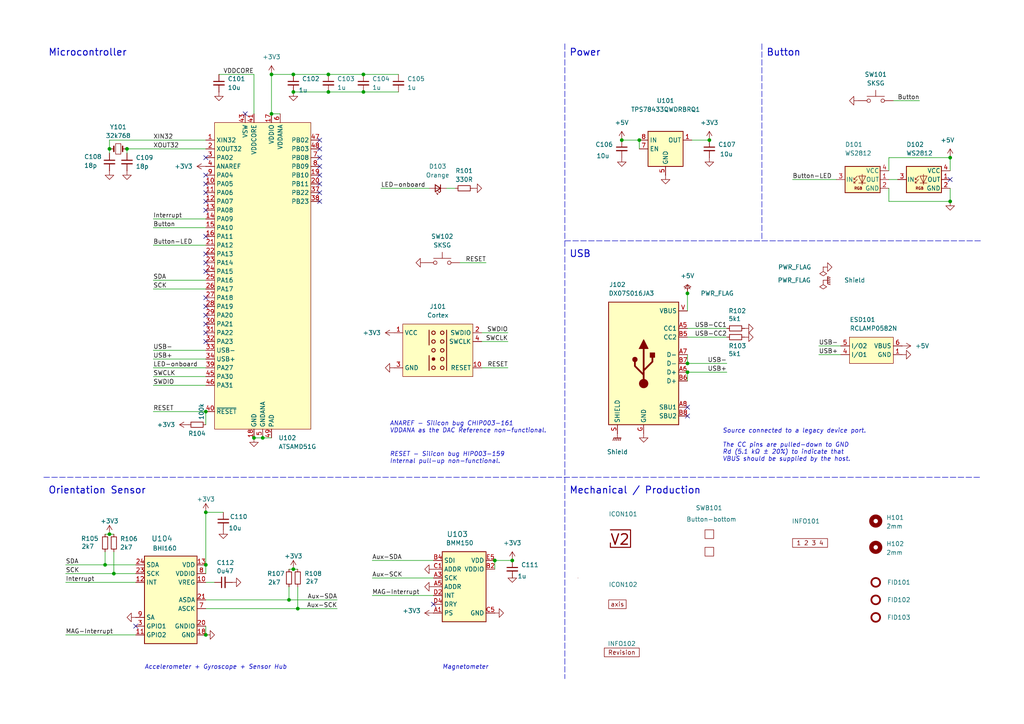
<source format=kicad_sch>
(kicad_sch (version 20250114) (generator "eeschema") (generator_version "9.0")
  (paper "A4")
  (title_block (title "V2 axis") (date "2026-02-10") (rev "2026-01-14") (company "Versio Duo") (comment 1 "Orientation Sensor"))
  (text "﻿ANAREF - Silicon bug CHIP003-161\nVDDANA as the DAC Reference non-functional." (at 113.03 125.73 0) (effects (font (size 1.27 1.27) (italic yes)) (justify left bottom)))
  (text "RESET - ﻿Silicon bug HIP003-159\nInternal pull-up non-functional." (at 113.03 134.62 0) (effects (font (size 1.27 1.27) (italic yes)) (justify left bottom)))
  (text "﻿Source connected to a legacy device port.\n\nThe CC pins are pulled-down to GND\nRd (5.1 kΩ ± 20%) to indicate that\nVBUS should be supplied by the host. " (at 209.55 133.985 0) (effects (font (size 1.27 1.27) (italic yes)) (justify left bottom)))
  (text "Button" (at 222.25 16.51 0) (effects (font (size 2 2) (thickness 0.254) (bold yes)) (justify left bottom)))
  (text "Mechanical / Production" (at 165.1 143.51 0) (effects (font (size 2 2) (thickness 0.254) (bold yes)) (justify left bottom)))
  (text "Magnetometer" (at 128.27 194.31 0) (effects (font (size 1.27 1.27) (italic yes)) (justify left bottom)))
  (text "Power" (at 165.1 16.51 0) (effects (font (size 2 2) (thickness 0.254) (bold yes)) (justify left bottom)))
  (text "Accelerometer + Gyroscope + Sensor Hub" (at 41.91 194.31 0) (effects (font (size 1.27 1.27) (italic yes)) (justify left bottom)))
  (text "Microcontroller" (at 13.97 16.51 0) (effects (font (size 2 2) (thickness 0.254) (bold yes)) (justify left bottom)))
  (text "USB" (at 165.1 74.93 0) (effects (font (size 2 2) (thickness 0.254) (bold yes)) (justify left bottom)))
  (text "Orientation Sensor" (at 13.97 143.51 0) (effects (font (size 2 2) (thickness 0.254) (bold yes)) (justify left bottom)))
  (junction (at 83.82 173.99))
  (junction (at 59.69 163.83))
  (junction (at 95.25 21.59))
  (junction (at 31.75 154.94))
  (junction (at 59.69 119.38))
  (junction (at 76.2 127))
  (junction (at 275.59 58.42))
  (junction (at 85.09 26.67))
  (junction (at 105.41 26.67))
  (junction (at 73.66 127))
  (junction (at 199.39 105.41))
  (junction (at 36.83 43.18))
  (junction (at 205.74 40.64))
  (junction (at 199.39 85.09))
  (junction (at 85.09 165.1))
  (junction (at 105.41 21.59))
  (junction (at 148.59 162.56))
  (junction (at 85.09 21.59))
  (junction (at 95.25 26.67))
  (junction (at 30.48 163.83))
  (junction (at 143.51 162.56))
  (junction (at 31.75 43.18))
  (junction (at 275.59 45.72))
  (junction (at 78.74 21.59))
  (junction (at 185.42 40.64))
  (junction (at 86.36 176.53))
  (junction (at 59.69 184.15))
  (junction (at 180.34 40.64))
  (junction (at 199.39 107.95))
  (junction (at 33.02 166.37))
  (junction (at 59.69 148.59))
  (junction (at 78.74 33.02))
  (no_connect (at 39.37 181.61))
  (no_connect (at 59.69 88.9))
  (no_connect (at 275.59 52.07))
  (no_connect (at 199.39 118.11))
  (no_connect (at 199.39 120.65))
  (no_connect (at 59.69 53.34))
  (no_connect (at 59.69 55.88))
  (no_connect (at 59.69 58.42))
  (no_connect (at 59.69 60.96))
  (no_connect (at 59.69 68.58))
  (no_connect (at 59.69 50.8))
  (no_connect (at 59.69 45.72))
  (no_connect (at 59.69 78.74))
  (no_connect (at 59.69 76.2))
  (no_connect (at 59.69 73.66))
  (no_connect (at 59.69 86.36))
  (no_connect (at 92.71 50.8))
  (no_connect (at 92.71 53.34))
  (no_connect (at 92.71 58.42))
  (no_connect (at 92.71 55.88))
  (no_connect (at 92.71 48.26))
  (no_connect (at 92.71 45.72))
  (no_connect (at 92.71 40.64))
  (no_connect (at 125.73 175.26))
  (no_connect (at 92.71 43.18))
  (no_connect (at 71.12 33.02))
  (no_connect (at 59.69 96.52))
  (no_connect (at 59.69 93.98))
  (no_connect (at 59.69 91.44))
  (no_connect (at 59.69 99.06))
  (wire (pts (xy 86.36 176.53) (xy 97.79 176.53)))
  (wire (pts (xy 19.05 166.37) (xy 33.02 166.37)))
  (wire (pts (xy 78.74 21.59) (xy 78.74 33.02)))
  (wire (pts (xy 257.81 49.53) (xy 257.81 45.72)))
  (wire (pts (xy 199.39 102.87) (xy 199.39 105.41)))
  (wire (pts (xy 257.81 52.07) (xy 260.35 52.07)))
  (wire (pts (xy 59.69 148.59) (xy 59.69 163.83)))
  (wire (pts (xy 148.59 167.64) (xy 148.59 166.37)))
  (polyline (pts (xy 12.7 138.43) (xy 284.48 138.43)) (stroke (width 0) (type dash)))
  (wire (pts (xy 257.81 45.72) (xy 275.59 45.72)))
  (wire (pts (xy 30.48 154.94) (xy 31.75 154.94)))
  (wire (pts (xy 107.95 162.56) (xy 125.73 162.56)))
  (wire (pts (xy 30.48 163.83) (xy 39.37 163.83)))
  (wire (pts (xy 139.7 96.52) (xy 147.32 96.52)))
  (wire (pts (xy 83.82 170.18) (xy 83.82 173.99)))
  (wire (pts (xy 199.39 107.95) (xy 210.82 107.95)))
  (wire (pts (xy 44.45 111.76) (xy 59.69 111.76)))
  (wire (pts (xy 31.75 43.18) (xy 31.75 44.45)))
  (wire (pts (xy 143.51 162.56) (xy 148.59 162.56)))
  (wire (pts (xy 59.69 163.83) (xy 59.69 166.37)))
  (wire (pts (xy 107.95 167.64) (xy 125.73 167.64)))
  (wire (pts (xy 257.81 58.42) (xy 275.59 58.42)))
  (wire (pts (xy 85.09 165.1) (xy 86.36 165.1)))
  (wire (pts (xy 95.25 26.67) (xy 105.41 26.67)))
  (wire (pts (xy 44.45 119.38) (xy 59.69 119.38)))
  (wire (pts (xy 73.66 127) (xy 76.2 127)))
  (wire (pts (xy 33.02 166.37) (xy 39.37 166.37)))
  (wire (pts (xy 33.02 160.02) (xy 33.02 166.37)))
  (wire (pts (xy 44.45 66.04) (xy 59.69 66.04)))
  (wire (pts (xy 78.74 33.02) (xy 81.28 33.02)))
  (wire (pts (xy 83.82 165.1) (xy 85.09 165.1)))
  (wire (pts (xy 200.66 40.64) (xy 205.74 40.64)))
  (wire (pts (xy 44.45 63.5) (xy 59.69 63.5)))
  (wire (pts (xy 199.39 107.95) (xy 199.39 110.49)))
  (wire (pts (xy 19.05 168.91) (xy 39.37 168.91)))
  (wire (pts (xy 59.69 119.38) (xy 59.69 123.19)))
  (wire (pts (xy 229.87 52.07) (xy 242.57 52.07)))
  (wire (pts (xy 199.39 105.41) (xy 210.82 105.41)))
  (wire (pts (xy 133.35 76.2) (xy 140.97 76.2)))
  (wire (pts (xy 73.66 33.02) (xy 73.66 21.59)))
  (wire (pts (xy 59.69 181.61) (xy 59.69 184.15)))
  (wire (pts (xy 275.59 54.61) (xy 275.59 58.42)))
  (wire (pts (xy 107.95 172.72) (xy 125.73 172.72)))
  (wire (pts (xy 143.51 162.56) (xy 143.51 165.1)))
  (wire (pts (xy 237.49 100.33) (xy 243.84 100.33)))
  (wire (pts (xy 78.74 21.59) (xy 85.09 21.59)))
  (polyline (pts (xy 163.83 69.85) (xy 284.48 69.85)) (stroke (width 0) (type dash)))
  (wire (pts (xy 129.54 54.61) (xy 132.08 54.61)))
  (wire (pts (xy 199.39 85.09) (xy 199.39 90.17)))
  (wire (pts (xy 44.45 71.12) (xy 59.69 71.12)))
  (wire (pts (xy 199.39 97.79) (xy 210.82 97.79)))
  (wire (pts (xy 139.7 99.06) (xy 147.32 99.06)))
  (wire (pts (xy 44.45 83.82) (xy 59.69 83.82)))
  (wire (pts (xy 59.69 168.91) (xy 62.23 168.91)))
  (wire (pts (xy 85.09 21.59) (xy 95.25 21.59)))
  (wire (pts (xy 59.69 173.99) (xy 83.82 173.99)))
  (wire (pts (xy 44.45 104.14) (xy 59.69 104.14)))
  (wire (pts (xy 76.2 127) (xy 78.74 127)))
  (wire (pts (xy 85.09 26.67) (xy 95.25 26.67)))
  (wire (pts (xy 259.08 29.21) (xy 266.7 29.21)))
  (wire (pts (xy 30.48 160.02) (xy 30.48 163.83)))
  (polyline (pts (xy 220.98 12.7) (xy 220.98 69.85)) (stroke (width 0) (type dash)))
  (wire (pts (xy 180.34 40.64) (xy 185.42 40.64)))
  (wire (pts (xy 275.59 45.72) (xy 275.59 49.53)))
  (wire (pts (xy 19.05 184.15) (xy 39.37 184.15)))
  (wire (pts (xy 257.81 54.61) (xy 257.81 58.42)))
  (wire (pts (xy 105.41 21.59) (xy 115.57 21.59)))
  (wire (pts (xy 59.69 148.59) (xy 64.77 148.59)))
  (wire (pts (xy 44.45 81.28) (xy 59.69 81.28)))
  (wire (pts (xy 139.7 106.68) (xy 147.32 106.68)))
  (wire (pts (xy 95.25 21.59) (xy 105.41 21.59)))
  (wire (pts (xy 63.5 21.59) (xy 73.66 21.59)))
  (wire (pts (xy 86.36 170.18) (xy 86.36 176.53)))
  (wire (pts (xy 59.69 40.64) (xy 31.75 40.64)))
  (wire (pts (xy 199.39 95.25) (xy 210.82 95.25)))
  (wire (pts (xy 59.69 176.53) (xy 86.36 176.53)))
  (wire (pts (xy 36.83 43.18) (xy 36.83 44.45)))
  (polyline (pts (xy 163.83 12.7) (xy 163.83 196.85)) (stroke (width 0) (type dash)))
  (wire (pts (xy 185.42 40.64) (xy 185.42 43.18)))
  (wire (pts (xy 44.45 106.68) (xy 59.69 106.68)))
  (wire (pts (xy 19.05 163.83) (xy 30.48 163.83)))
  (wire (pts (xy 44.45 109.22) (xy 59.69 109.22)))
  (wire (pts (xy 31.75 40.64) (xy 31.75 43.18)))
  (wire (pts (xy 31.75 154.94) (xy 33.02 154.94)))
  (wire (pts (xy 83.82 173.99) (xy 97.79 173.99)))
  (wire (pts (xy 59.69 43.18) (xy 36.83 43.18)))
  (wire (pts (xy 237.49 102.87) (xy 243.84 102.87)))
  (wire (pts (xy 44.45 101.6) (xy 59.69 101.6)))
  (wire (pts (xy 105.41 26.67) (xy 115.57 26.67)))
  (wire (pts (xy 110.49 54.61) (xy 124.46 54.61)))
  (label "RESET" (at 44.45 119.38 0))
  (label "Button-LED" (at 44.45 71.12 0))
  (label "XIN32" (at 44.45 40.64 0))
  (label "SWDIO" (at 147.32 96.52 180))
  (label "SWCLK" (at 44.45 109.22 0))
  (label "Aux-SCK" (at 107.95 167.64 0))
  (label "SDA" (at 44.45 81.28 0))
  (label "MAG-Interrupt" (at 107.95 172.72 0))
  (label "USB-CC1" (at 210.82 95.25 180))
  (label "RESET" (at 147.32 106.68 180))
  (label "Aux-SCK" (at 97.79 176.53 180))
  (label "XOUT32" (at 44.45 43.18 0))
  (label "SWCLK" (at 147.32 99.06 180))
  (label "Button-LED" (at 229.87 52.07 0))
  (label "Aux-SDA" (at 97.79 173.99 180))
  (label "VDDCORE" (at 64.77 21.59 0))
  (label "USB-" (at 210.82 105.41 180))
  (label "Aux-SDA" (at 107.95 162.56 0))
  (label "LED-onboard" (at 44.45 106.68 0))
  (label "USB+" (at 210.82 107.95 180))
  (label "USB+" (at 237.49 102.87 0))
  (label "LED-onboard" (at 110.49 54.61 0))
  (label "SCK" (at 44.45 83.82 0))
  (label "Interrupt" (at 19.05 168.91 0))
  (label "Interrupt" (at 44.45 63.5 0))
  (label "Button" (at 44.45 66.04 0))
  (label "RESET" (at 140.97 76.2 180))
  (label "USB-CC2" (at 210.82 97.79 180))
  (label "Button" (at 266.7 29.21 180))
  (label "USB+" (at 44.45 104.14 0))
  (label "USB-" (at 44.45 101.6 0))
  (label "MAG-Interrupt" (at 19.05 184.15 0))
  (label "SWDIO" (at 44.45 111.76 0))
  (label "SCK" (at 19.05 166.37 0))
  (label "SDA" (at 19.05 163.83 0))
  (label "USB-" (at 237.49 100.33 0))
  (symbol (lib_id "V2_Resistor:0603_5k1") (at 213.36 95.25 90) (unit 1)
    (property "Reference" "R102" (at 216.408 90.17 90) (effects (justify left)))
    (property "Value" "5k1" (at 213.106 92.456 90))
    (property "Footprint" "V2_Resistor_SMD:R_0603" (effects (hide yes)))
    (property "Description" "Resistor, small symbol" (effects (hide yes)))
    (property "Mouser" "71-CRCW06035K10FKEAC" (effects (hide yes)))
    (property "Product" "CRCW06035K10FKEAC" (effects (hide yes)))
    (property "Manufacturer" "Vishay" (effects (hide yes)))
    (property "Rating" "100mW" (effects (hide yes)))
  )
  (symbol (lib_id "V2_Capacitor:0603_1u") (at 115.57 24.13 0) (unit 1)
    (property "Reference" "C105" (at 118.11 22.8662 0) (effects (justify left)))
    (property "Value" "1u" (at 118.11 25.4062 0) (effects (justify left)))
    (property "Footprint" "V2_Capacitor_SMD:C_0603" (effects (hide yes)))
    (property "Description" "Unpolarized capacitor, small symbol" (effects (hide yes)))
    (property "Mouser" "810-CGA3E3X7R1H105K0" (effects (hide yes)))
    (property "Product" "CGA3E3X7R1H105K080AB" (effects (hide yes)))
    (property "Manufacturer" "TDK" (effects (hide yes)))
    (property "Rating" "50V" (effects (hide yes)))
  )
  (symbol (lib_id "V2_power:GND") (at 275.59 58.42 0) (unit 1)
    (property "Reference" "#PWR115" (effects (hide yes)))
    (property "Value" "GND" (effects (hide yes)))
  )
  (symbol (lib_id "V2_ESD_Suppressor:RCLAMP0582N") (at 252.73 100.33 0) (unit 1)
    (property "Reference" "ESD101" (at 250.19 92.71 0))
    (property "Value" "RCLAMP0582N" (at 253.365 95.25 0))
    (property "Footprint" "V2_ESD_Suppressor:SLP1210N6" (effects (hide yes)))
    (property "Mouser" "947-RCLAMP0582N.TCT" (effects (hide yes)))
    (property "Product" "RCLAMP0582N.TCT" (effects (hide yes)))
    (property "Manufacturer" "Semtech" (effects (hide yes)))
  )
  (symbol (lib_id "V2_power:+3V3") (at 205.74 40.64 0) (unit 1)
    (property "Reference" "#PWR106" (effects (hide yes)))
    (property "Value" "+3V3" (at 205.74 35.56 0))
  )
  (symbol (lib_id "V2_Capacitor:0603_1u") (at 148.59 165.1 0) (unit 1)
    (property "Reference" "C111" (at 151.13 163.83 0) (effects (justify left)))
    (property "Value" "1u" (at 150.114 167.132 0) (effects (justify left)))
    (property "Footprint" "V2_Capacitor_SMD:C_0603" (effects (hide yes)))
    (property "Description" "Unpolarized capacitor, small symbol" (effects (hide yes)))
    (property "Mouser" "810-CGA3E3X7R1H105K0" (effects (hide yes)))
    (property "Product" "CGA3E3X7R1H105K080AB" (effects (hide yes)))
    (property "Manufacturer" "TDK" (effects (hide yes)))
    (property "Rating" "50V" (effects (hide yes)))
  )
  (symbol (lib_id "V2_Switch:SKSG") (at 254 29.21 0) (unit 1)
    (property "Reference" "SW101" (at 254 21.59 0))
    (property "Value" "SKSG" (at 254 24.13 0))
    (property "Footprint" "V2_Button_Switch_SMD:SKSG" (effects (hide yes)))
    (property "Description" "Push button switch, generic, two pins" (effects (hide yes)))
    (property "Mouser" "688-SKSGACE010" (effects (hide yes)))
    (property "Manufacturer" "Alps Alpine" (effects (hide yes)))
    (property "Product" "SKSGACE010" (effects (hide yes)))
  )
  (symbol (lib_id "V2_power:GND") (at 215.9 97.79 90) (unit 1)
    (property "Reference" "#PWR122" (effects (hide yes)))
    (property "Value" "GND" (effects (hide yes)))
  )
  (symbol (lib_id "V2_power:GND") (at 73.66 127 0) (unit 1)
    (property "Reference" "#PWR129" (effects (hide yes)))
    (property "Value" "GND" (effects (hide yes)))
  )
  (symbol (lib_id "V2_Resistor:0603_2k7") (at 33.02 157.48 0) (unit 1)
    (property "Reference" "R106" (at 34.8402 156.2791 0) (effects (justify left)))
    (property "Value" "2k7" (at 34.798 158.75 0) (effects (justify left)))
    (property "Footprint" "V2_Resistor_SMD:R_0603" (effects (hide yes)))
    (property "Description" "Resistor, small symbol" (effects (hide yes)))
    (property "Mouser" "71-CRCW06032K70FKEAC" (effects (hide yes)))
    (property "Product" "CRCW06032K70FKEAC" (effects (hide yes)))
    (property "Manufacturer" "Vishay" (effects (hide yes)))
    (property "Rating" "100mW" (effects (hide yes)))
  )
  (symbol (lib_id "V2_power:GND") (at 36.83 49.53 0) (unit 1)
    (property "Reference" "#PWR112" (effects (hide yes)))
    (property "Value" "GND" (effects (hide yes)))
  )
  (symbol (lib_id "V2_power:+5V") (at 261.62 100.33 270) (unit 1)
    (property "Reference" "#PWR123" (effects (hide yes)))
    (property "Value" "+5V" (at 265.43 100.3299 90) (effects (justify left)))
  )
  (symbol (lib_id "V2_LED:0603_Orange") (at 127 54.61 180) (unit 1)
    (property "Reference" "D103" (at 126.9365 48.26 0))
    (property "Value" "Orange" (at 126.9365 50.8 0))
    (property "Footprint" "V2_LED:LED_0603" (effects (hide yes)))
    (property "Description" "Light emitting diode, small symbol" (effects (hide yes)))
    (property "Mouser" "755-SML-D12D1WT86" (effects (hide yes)))
    (property "Sim.Pins" "1=K 2=A" (effects (hide yes)))
    (property "Product" "SML-D12D1WT86" (effects (hide yes)))
    (property "Manufacturer" "ROHM Semiconductor " (effects (hide yes)))
  )
  (symbol (lib_id "V2_power:GND") (at 63.5 26.67 0) (unit 1)
    (property "Reference" "#PWR102" (effects (hide yes)))
    (property "Value" "GND" (effects (hide yes)))
  )
  (symbol (lib_id "V2_LED:WS2812") (at 250.19 53.34 0) (unit 1)
    (property "Reference" "D101" (at 247.65 41.91 0))
    (property "Value" "WS2812" (at 248.92 44.45 0))
    (property "Footprint" "V2_LED:WS2812-2020" (effects (hide yes)))
    (property "Description" "RGB LED with integrated controller" (effects (hide yes)))
    (property "Manufacturer" "Worldsemi" (effects (hide yes)))
    (property "Product" "WS2812B-2020" (effects (hide yes)))
    (property "LCSC" "C965555" (effects (hide yes)))
  )
  (symbol (lib_id "V2_PCB_Devices:Button-bottom") (at 205.74 157.48 90) (unit 1) (in_bom no)
    (property "Reference" "SWB101" (at 209.55 147.32 90) (effects (justify left)))
    (property "Value" "Button-bottom" (at 213.614 150.622 90) (effects (justify left)))
    (property "Footprint" "V2_PCB_Devices:PCB_Button-bottom" (effects (hide yes)))
    (property "Sim.Enable" "0" (effects (hide yes)))
  )
  (symbol (lib_id "V2_Capacitor:0805_10u") (at 205.74 43.18 0) (unit 1)
    (property "Reference" "C107" (at 208.28 41.91 0) (effects (justify left)))
    (property "Value" "10u" (at 208.788 44.704 0) (effects (justify left)))
    (property "Footprint" "V2_Capacitor_SMD:C_0805" (effects (hide yes)))
    (property "Description" "Unpolarized capacitor, small symbol" (effects (hide yes)))
    (property "Mouser" "810-C2012X5R1E106K" (effects (hide yes)))
    (property "Rating" "25V" (effects (hide yes)))
    (property "Product" "C2012X5R1E106K125AB" (effects (hide yes)))
    (property "Manufacturer" "TDK" (effects (hide yes)))
  )
  (symbol (lib_id "V2_Mechanical:MountingHole_2mm") (at 254 151.13 0) (unit 1) (in_bom no)
    (property "Reference" "H101" (at 257.048 150.114 0) (effects (justify left)))
    (property "Value" "2mm" (at 257.048 152.654 0) (effects (justify left)))
    (property "Footprint" "V2_Mechanical:MountingHole_2mm" (effects (hide yes)))
    (property "Description" "Mounting Hole without connection" (effects (hide yes)))
  )
  (symbol (lib_id "V2_power:+3V3") (at 78.74 21.59 0) (unit 1)
    (property "Reference" "#PWR101" (effects (hide yes)))
    (property "Value" "+3V3" (at 78.74 16.51 0))
  )
  (symbol (lib_id "V2_Resistor:0603_2k7") (at 83.82 167.64 0) (unit 1)
    (property "Reference" "R107" (at 77.47 166.37 0) (effects (justify left)))
    (property "Value" "2k7" (at 77.724 168.91 0) (effects (justify left)))
    (property "Footprint" "V2_Resistor_SMD:R_0603" (effects (hide yes)))
    (property "Description" "Resistor, small symbol" (effects (hide yes)))
    (property "Mouser" "71-CRCW06032K70FKEAC" (effects (hide yes)))
    (property "Product" "CRCW06032K70FKEAC" (effects (hide yes)))
    (property "Manufacturer" "Vishay" (effects (hide yes)))
    (property "Rating" "100mW" (effects (hide yes)))
  )
  (symbol (lib_id "V2_power:+5V") (at 275.59 45.72 0) (unit 1)
    (property "Reference" "#PWR109" (effects (hide yes)))
    (property "Value" "+5V" (at 276.86 40.6399 0) (effects (justify right)))
  )
  (symbol (lib_id "V2_power:+3V3") (at 54.61 123.19 90) (unit 1)
    (property "Reference" "#PWR126" (effects (hide yes)))
    (property "Value" "+3V3" (at 50.8 123.1899 90) (effects (justify left)))
  )
  (symbol (lib_id "V2_Resistor:0603_2k7") (at 30.48 157.48 0) (unit 1)
    (property "Reference" "R105" (at 23.495 156.21 0) (effects (justify left)))
    (property "Value" "2k7" (at 23.622 158.496 0) (effects (justify left)))
    (property "Footprint" "V2_Resistor_SMD:R_0603" (effects (hide yes)))
    (property "Description" "Resistor, small symbol" (effects (hide yes)))
    (property "Mouser" "71-CRCW06032K70FKEAC" (effects (hide yes)))
    (property "Product" "CRCW06032K70FKEAC" (effects (hide yes)))
    (property "Manufacturer" "Vishay" (effects (hide yes)))
    (property "Rating" "100mW" (effects (hide yes)))
  )
  (symbol (lib_id "V2_Regulator_Linear:TPS78433QWDRBRQ1") (at 193.04 43.18 0) (unit 1)
    (property "Reference" "U101" (at 193.04 29.21 0))
    (property "Value" "TPS78433QWDRBRQ1" (at 193.04 31.75 0))
    (property "Footprint" "V2_Package_SON:VSON-8-1_3x3mm_P0.65_EP1.65x2.4mm" (effects (hide yes)))
    (property "Datasheet" "https://www.ti.com/product/TPS784-Q1" (effects (hide yes)))
    (property "Mouser" "595-TPS78433QWDRBRQ1" (effects (hide yes)))
    (property "Manufacturer" "Texas Instruments" (effects (hide yes)))
    (property "Product" "TPS78433QWDRBRQ1" (effects (hide yes)))
  )
  (symbol (lib_id "V2_Connector_Debug:Cortex") (at 125.73 101.6 0) (unit 1) (in_bom no)
    (property "Reference" "J101" (at 127 88.9 0))
    (property "Value" "Cortex" (at 127 91.44 0))
    (property "Footprint" "V2_Connector_Debug:Cortex" (effects (hide yes)))
  )
  (symbol (lib_id "V2_power:GND") (at 31.75 49.53 0) (unit 1)
    (property "Reference" "#PWR111" (effects (hide yes)))
    (property "Value" "GND" (effects (hide yes)))
  )
  (symbol (lib_id "V2_power:GND") (at 238.76 77.47 90) (unit 1)
    (property "Reference" "#PWR117" (effects (hide yes)))
    (property "Value" "GND" (effects (hide yes)))
  )
  (symbol (lib_id "V2_power:GND") (at 114.3 106.68 270) (unit 1)
    (property "Reference" "#PWR125" (effects (hide yes)))
    (property "Value" "GND" (effects (hide yes)))
  )
  (symbol (lib_id "V2_LED:WS2812") (at 267.97 53.34 0) (unit 1)
    (property "Reference" "D102" (at 265.43 41.91 0))
    (property "Value" "WS2812" (at 266.7 44.45 0))
    (property "Footprint" "V2_LED:WS2812-2020" (effects (hide yes)))
    (property "Description" "RGB LED with integrated controller" (effects (hide yes)))
    (property "Manufacturer" "Worldsemi" (effects (hide yes)))
    (property "Product" "WS2812B-2020" (effects (hide yes)))
    (property "LCSC" "C965555" (effects (hide yes)))
  )
  (symbol (lib_id "V2_power:GND") (at 186.69 125.73 0) (unit 1)
    (property "Reference" "#PWR128" (effects (hide yes)))
    (property "Value" "GND" (effects (hide yes)))
  )
  (symbol (lib_id "V2_power:Shield") (at 179.07 125.73 0) (unit 1)
    (property "Reference" "#PWR127" (effects (hide yes)))
    (property "Value" "Shield" (at 179.07 131.064 0))
  )
  (symbol (lib_id "V2_power:GND") (at 215.9 95.25 90) (unit 1)
    (property "Reference" "#PWR120" (effects (hide yes)))
    (property "Value" "GND" (effects (hide yes)))
  )
  (symbol (lib_id "V2_power:+3V3") (at 59.69 48.26 90) (unit 1)
    (property "Reference" "#PWR110" (effects (hide yes)))
    (property "Value" "+3V3" (at 55.88 48.2599 90) (effects (justify left)))
  )
  (symbol (lib_id "V2_power:GND") (at 85.09 26.67 0) (unit 1)
    (property "Reference" "#PWR103" (effects (hide yes)))
    (property "Value" "GND" (effects (hide yes)))
  )
  (symbol (lib_id "V2_power:PWR_FLAG") (at 238.76 77.47 90) (unit 1)
    (property "Reference" "#FLG101" (effects (hide yes)))
    (property "Value" "PWR_FLAG" (at 230.505 77.47 90))
    (property "Description" "Special symbol for telling ERC where power comes from" (effects (hide yes)))
  )
  (symbol (lib_id "V2_power:GND") (at 248.92 29.21 270) (unit 1)
    (property "Reference" "#PWR104" (effects (hide yes)))
    (property "Value" "GND" (effects (hide yes)))
  )
  (symbol (lib_id "V2_Capacitor:0805_10u") (at 180.34 43.18 0) (unit 1)
    (property "Reference" "C106" (at 177.8 41.91 0) (effects (justify right)))
    (property "Value" "10u" (at 172.974 45.212 0) (effects (justify left)))
    (property "Footprint" "V2_Capacitor_SMD:C_0805" (effects (hide yes)))
    (property "Description" "Unpolarized capacitor, small symbol" (effects (hide yes)))
    (property "Mouser" "810-C2012X5R1E106K" (effects (hide yes)))
    (property "Rating" "25V" (effects (hide yes)))
    (property "Product" "C2012X5R1E106K125AB" (effects (hide yes)))
    (property "Manufacturer" "TDK" (effects (hide yes)))
  )
  (symbol (lib_id "V2_power:+3V3") (at 59.69 148.59 0) (unit 1)
    (property "Reference" "#PWR130" (effects (hide yes)))
    (property "Value" "+3V3" (at 59.69 144.78 0))
  )
  (symbol (lib_id "V2_Production:Revision") (at 180.34 189.23 0) (unit 1) (in_bom no)
    (property "Reference" "INFO102" (at 180.34 186.69 0))
    (property "Footprint" "V2_Production:Revision" (effects (hide yes)))
  )
  (symbol (lib_id "V2_power:+5V") (at 180.34 40.64 0) (unit 1)
    (property "Reference" "#PWR105" (effects (hide yes)))
    (property "Value" "+5V" (at 180.34 35.56 0))
  )
  (symbol (lib_id "V2_power:+3V3") (at 114.3 96.52 90) (unit 1)
    (property "Reference" "#PWR121" (effects (hide yes)))
    (property "Value" "+3V3" (at 110.49 96.5199 90) (effects (justify left)))
  )
  (symbol (lib_id "V2_Production:Layer_Numbers") (at 234.95 157.48 0) (unit 1) (in_bom no)
    (property "Reference" "INFO101" (at 229.6419 151.1656 0) (effects (justify left)))
    (property "Value" "Layer_Numbers" (effects (hide yes)))
    (property "Footprint" "V2_Production:Layer_Numbers" (effects (hide yes)))
  )
  (symbol (lib_id "V2_power:Shield") (at 238.76 81.28 90) (unit 1)
    (property "Reference" "#PWR118" (effects (hide yes)))
    (property "Value" "Shield" (at 247.904 81.28 90))
  )
  (symbol (lib_id "V2_Crystal:3.2x1.5_32k768") (at 34.29 43.18 0) (unit 1)
    (property "Reference" "Y101" (at 34.29 36.83 0))
    (property "Value" "32k768" (at 34.29 39.37 0))
    (property "Footprint" "V2_Crystal:Crystal_SMD_3215-2Pin_3.2x1.5mm" (effects (hide yes)))
    (property "Description" "Two pin crystal, small symbol" (effects (hide yes)))
    (property "Mouser" "815-ABS0716632.768KT" (effects (hide yes)))
    (property "Product" "ABS07-166-32.768KHZ-T" (effects (hide yes)))
    (property "Manufacturer" "ABRACON" (effects (hide yes)))
  )
  (symbol (lib_id "V2_Capacitor:0603_18p") (at 36.83 46.99 0) (unit 1)
    (property "Reference" "C109" (at 39.37 45.7262 0) (effects (justify left)))
    (property "Value" "18p" (at 39.37 48.2662 0) (effects (justify left)))
    (property "Footprint" "V2_Capacitor_SMD:C_0603" (effects (hide yes)))
    (property "Description" "Unpolarized capacitor, small symbol" (effects (hide yes)))
    (property "Mouser" "603-CC603JRNPO9BN180" (effects (hide yes)))
    (property "Product" "CC0603JRNPO9BN180" (effects (hide yes)))
    (property "Manufacturer" "YAGEO" (effects (hide yes)))
  )
  (symbol (lib_id "V2_Capacitor:0603_10u") (at 63.5 24.13 0) (unit 1)
    (property "Reference" "C101" (at 66.04 22.8662 0) (effects (justify left)))
    (property "Value" "10u" (at 66.04 25.4062 0) (effects (justify left)))
    (property "Footprint" "V2_Capacitor_SMD:C_0603" (effects (hide yes)))
    (property "Description" "Unpolarized capacitor, small symbol" (effects (hide yes)))
    (property "Mouser" "810-C1608X6S1A106M" (effects (hide yes)))
    (property "Product" "C1608X6S1A106M080AC" (effects (hide yes)))
    (property "Manufacturer" "TDK" (effects (hide yes)))
    (property "Rating" "10V" (effects (hide yes)))
  )
  (symbol (lib_id "V2_power:+5V") (at 199.39 85.09 0) (unit 1)
    (property "Reference" "#PWR119" (effects (hide yes)))
    (property "Value" "+5V" (at 199.39 80.01 0))
  )
  (symbol (lib_id "V2_Bosch_Sensortec:BMM150") (at 134.62 171.45 0) (unit 1)
    (property "Reference" "U103" (at 129.54 154.94 0) (effects (font (size 1.524 1.524)) (justify left)))
    (property "Value" "BMM150" (at 133.35 157.48 0))
    (property "Footprint" "V2_Package_CSP:WLCSP-1.56x1.56" (effects (hide yes)))
    (property "Manufacturer" "Bosch" (effects (hide yes)))
    (property "Product" "BMM150" (effects (hide yes)))
    (property "LCSC" "C171681" (effects (hide yes)))
    (pin "A5" (alternate "ADDR"))
    (pin "C1" (alternate "ADDR"))
  )
  (symbol (lib_id "V2_Mechanical:Fiducial_Paste") (at 254 168.91 0) (unit 1) (in_bom no)
    (property "Reference" "FID101" (at 257.302 168.91 0) (effects (justify left)))
    (property "Value" "Fiducial_Paste" (effects (hide yes)))
    (property "Footprint" "V2_Fiducial:Fiducial_0.5mm_Mask1mm_Paste" (effects (hide yes)))
    (property "Description" "Fiducial Marker" (effects (hide yes)))
  )
  (symbol (lib_id "V2_Capacitor:0603_18p") (at 31.75 46.99 0) (unit 1)
    (property "Reference" "C108" (at 24.384 45.466 0) (effects (justify left)))
    (property "Value" "18p" (at 24.384 48.006 0) (effects (justify left)))
    (property "Footprint" "V2_Capacitor_SMD:C_0603" (effects (hide yes)))
    (property "Description" "Unpolarized capacitor, small symbol" (effects (hide yes)))
    (property "Mouser" "603-CC603JRNPO9BN180" (effects (hide yes)))
    (property "Product" "CC0603JRNPO9BN180" (effects (hide yes)))
    (property "Manufacturer" "YAGEO" (effects (hide yes)))
  )
  (symbol (lib_id "V2_power:GND") (at 67.31 168.91 90) (unit 1)
    (property "Reference" "#PWR137" (effects (hide yes)))
    (property "Value" "GND" (effects (hide yes)))
  )
  (symbol (lib_id "V2_Capacitor:0603_0u47") (at 64.77 168.91 90) (unit 1)
    (property "Reference" "C112" (at 67.945 163.195 90) (effects (justify left)))
    (property "Value" "0u47" (at 67.818 165.608 90) (effects (justify left)))
    (property "Footprint" "V2_Capacitor_SMD:C_0603" (effects (hide yes)))
    (property "Description" "Unpolarized capacitor, small symbol" (effects (hide yes)))
    (property "Mouser" "603-CC0603JR6BB474" (effects (hide yes)))
    (property "Product" "CC0603JRX7R6BB474" (effects (hide yes)))
    (property "Manufacturer" "YAGEO" (effects (hide yes)))
  )
  (symbol (lib_id "V2_power:GND") (at 64.77 153.67 0) (unit 1)
    (property "Reference" "#PWR131" (effects (hide yes)))
    (property "Value" "GND" (effects (hide yes)))
  )
  (symbol (lib_id "V2_power:+3V3") (at 148.59 162.56 0) (unit 1)
    (property "Reference" "#PWR133" (effects (hide yes)))
    (property "Value" "+3V3" (at 148.59 157.48 0))
  )
  (symbol (lib_id "V2_power:GND") (at 137.16 54.61 90) (unit 1)
    (property "Reference" "#PWR114" (effects (hide yes)))
    (property "Value" "GND" (effects (hide yes)))
  )
  (symbol (lib_id "V2_Resistor:0603_330R") (at 134.62 54.61 90) (unit 1)
    (property "Reference" "R101" (at 134.62 49.53 90))
    (property "Value" "330R" (at 134.62 52.07 90))
    (property "Footprint" "V2_Resistor_SMD:R_0603" (effects (hide yes)))
    (property "Description" "Resistor, small symbol" (effects (hide yes)))
    (property "Mouser" "71-CRCW0603330RFKEAC" (effects (hide yes)))
    (property "Product" "CRCW0603330RFKEAC" (effects (hide yes)))
    (property "Manufacturer" "Vishay" (effects (hide yes)))
    (property "Rating" "100mW" (effects (hide yes)))
  )
  (symbol (lib_id "V2_power:GND") (at 261.62 102.87 90) (unit 1)
    (property "Reference" "#PWR124" (effects (hide yes)))
    (property "Value" "GND" (effects (hide yes)))
  )
  (symbol (lib_id "V2_power:+3V3") (at 85.09 165.1 0) (unit 1)
    (property "Reference" "#PWR134" (effects (hide yes)))
    (property "Value" "+3V3" (at 85.09 161.29 0))
  )
  (symbol (lib_id "V2_power:+3V3") (at 31.75 154.94 0) (unit 1)
    (property "Reference" "#PWR132" (effects (hide yes)))
    (property "Value" "+3V3" (at 31.75 151.13 0))
  )
  (symbol (lib_id "V2_Capacitor:0603_1u") (at 105.41 24.13 0) (unit 1)
    (property "Reference" "C104" (at 107.95 22.8662 0) (effects (justify left)))
    (property "Value" "1u" (at 107.95 25.4062 0) (effects (justify left)))
    (property "Footprint" "V2_Capacitor_SMD:C_0603" (effects (hide yes)))
    (property "Description" "Unpolarized capacitor, small symbol" (effects (hide yes)))
    (property "Mouser" "810-CGA3E3X7R1H105K0" (effects (hide yes)))
    (property "Product" "CGA3E3X7R1H105K080AB" (effects (hide yes)))
    (property "Manufacturer" "TDK" (effects (hide yes)))
    (property "Rating" "50V" (effects (hide yes)))
  )
  (symbol (lib_id "V2_power:PWR_FLAG") (at 238.76 81.28 90) (unit 1)
    (property "Reference" "#FLG102" (effects (hide yes)))
    (property "Value" "PWR_FLAG" (at 230.378 81.28 90))
    (property "Description" "Special symbol for telling ERC where power comes from" (effects (hide yes)))
  )
  (symbol (lib_id "V2_Capacitor:0603_1u") (at 85.09 24.13 0) (unit 1)
    (property "Reference" "C102" (at 92.71 22.86 0) (effects (justify right)))
    (property "Value" "1u" (at 86.614 26.162 0) (effects (justify left)))
    (property "Footprint" "V2_Capacitor_SMD:C_0603" (effects (hide yes)))
    (property "Description" "Unpolarized capacitor, small symbol" (effects (hide yes)))
    (property "Mouser" "810-CGA3E3X7R1H105K0" (effects (hide yes)))
    (property "Product" "CGA3E3X7R1H105K080AB" (effects (hide yes)))
    (property "Manufacturer" "TDK" (effects (hide yes)))
    (property "Rating" "50V" (effects (hide yes)))
  )
  (symbol (lib_id "V2_power:GND") (at 39.37 179.07 270) (unit 1)
    (property "Reference" "#PWR141" (effects (hide yes)))
    (property "Value" "GND" (effects (hide yes)))
  )
  (symbol (lib_id "V2_Mechanical:Fiducial_Paste") (at 254 173.99 0) (unit 1) (in_bom no)
    (property "Reference" "FID102" (at 257.302 173.99 0) (effects (justify left)))
    (property "Value" "Fiducial_Paste" (effects (hide yes)))
    (property "Footprint" "V2_Fiducial:Fiducial_0.5mm_Mask1mm_Paste" (effects (hide yes)))
    (property "Description" "Fiducial Marker" (effects (hide yes)))
  )
  (symbol (lib_id "V2_Resistor:0603_5k1") (at 213.36 97.79 90) (unit 1)
    (property "Reference" "R103" (at 211.328 100.33 90) (effects (justify right)))
    (property "Value" "5k1" (at 213.106 102.616 90))
    (property "Footprint" "V2_Resistor_SMD:R_0603" (effects (hide yes)))
    (property "Description" "Resistor, small symbol" (effects (hide yes)))
    (property "Mouser" "71-CRCW06035K10FKEAC" (effects (hide yes)))
    (property "Product" "CRCW06035K10FKEAC" (effects (hide yes)))
    (property "Manufacturer" "Vishay" (effects (hide yes)))
    (property "Rating" "100mW" (effects (hide yes)))
  )
  (symbol (lib_id "V2_Switch:SKSG") (at 128.27 76.2 0) (unit 1)
    (property "Reference" "SW102" (at 128.27 68.58 0))
    (property "Value" "SKSG" (at 128.27 71.12 0))
    (property "Footprint" "V2_Button_Switch_SMD:SKSG" (effects (hide yes)))
    (property "Description" "Push button switch, generic, two pins" (effects (hide yes)))
    (property "Mouser" "688-SKSGACE010" (effects (hide yes)))
    (property "Manufacturer" "Alps Alpine" (effects (hide yes)))
    (property "Product" "SKSGACE010" (effects (hide yes)))
  )
  (symbol (lib_id "V2_power:GND") (at 143.51 177.8 90) (unit 1)
    (property "Reference" "#PWR140" (effects (hide yes)))
    (property "Value" "GND" (effects (hide yes)))
  )
  (symbol (lib_id "V2_Bosch_Sensortec:BHI160") (at 49.53 173.99 0) (unit 1)
    (property "Reference" "U104" (at 46.99 156.21 0) (effects (font (size 1.524 1.524))))
    (property "Value" "BHI160" (at 47.7961 159.028 0))
    (property "Footprint" "V2_Package_LGA:LGA24-3x3" (effects (hide yes)))
    (property "Manufacturer" "Bosch" (effects (hide yes)))
    (property "Product" "BHI160B" (effects (hide yes)))
    (property "LCSC" "C464452" (effects (hide yes)))
  )
  (symbol (lib_id "V2_Resistor:0603_2k7") (at 86.36 167.64 0) (unit 1)
    (property "Reference" "R108" (at 88.265 166.37 0) (effects (justify left)))
    (property "Value" "2k7" (at 88.646 168.656 0) (effects (justify left)))
    (property "Footprint" "V2_Resistor_SMD:R_0603" (effects (hide yes)))
    (property "Description" "Resistor, small symbol" (effects (hide yes)))
    (property "Mouser" "71-CRCW06032K70FKEAC" (effects (hide yes)))
    (property "Product" "CRCW06032K70FKEAC" (effects (hide yes)))
    (property "Manufacturer" "Vishay" (effects (hide yes)))
    (property "Rating" "100mW" (effects (hide yes)))
  )
  (symbol (lib_id "V2_power:GND") (at 125.73 170.18 270) (unit 1)
    (property "Reference" "#PWR138" (effects (hide yes)))
    (property "Value" "GND" (effects (hide yes)))
  )
  (symbol (lib_id "V2_power:GND") (at 180.34 45.72 0) (unit 1)
    (property "Reference" "#PWR107" (effects (hide yes)))
    (property "Value" "GND" (effects (hide yes)))
  )
  (symbol (lib_id "V2_power:GND") (at 148.59 166.37 0) (unit 1)
    (property "Reference" "#PWR136" (effects (hide yes)))
    (property "Value" "GND" (effects (hide yes)))
  )
  (symbol (lib_id "V2_power:+3V3") (at 125.73 177.8 90) (unit 1)
    (property "Reference" "#PWR139" (effects (hide yes)))
    (property "Value" "+3V3" (at 119.38 177.165 90))
  )
  (symbol (lib_id "V2_Connector_USB:JAE_DX07S016JA3") (at 186.69 105.41 0) (unit 1)
    (property "Reference" "J102" (at 179.07 82.55 0))
    (property "Value" "DX07S016JA3" (at 176.53 85.09 0) (effects (justify left)))
    (property "Footprint" "V2_Connector_USB:JAE_DX07S016JA3" (effects (hide yes)))
    (property "Mouser" "656-DX07S016JA3R1500" (effects (hide yes)))
    (property "Product" "DX07S016JA3R1500" (effects (hide yes)))
    (property "Manufacturer" "JAE Electronics" (effects (hide yes)))
  )
  (symbol (lib_id "V2_Capacitor:0603_10u") (at 64.77 151.13 0) (unit 1)
    (property "Reference" "C110" (at 66.675 149.86 0) (effects (justify left)))
    (property "Value" "10u" (at 66.294 153.162 0) (effects (justify left)))
    (property "Footprint" "V2_Capacitor_SMD:C_0603" (effects (hide yes)))
    (property "Description" "Unpolarized capacitor, small symbol" (effects (hide yes)))
    (property "Mouser" "810-C1608X6S1A106M" (effects (hide yes)))
    (property "Product" "C1608X6S1A106M080AC" (effects (hide yes)))
    (property "Manufacturer" "TDK" (effects (hide yes)))
    (property "Rating" "10V" (effects (hide yes)))
  )
  (symbol (lib_id "V2_power:PWR_FLAG") (at 199.39 85.09 270) (unit 1)
    (property "Reference" "#FLG103" (effects (hide yes)))
    (property "Value" "PWR_FLAG" (at 203.2 85.0899 90) (effects (justify left)))
    (property "Description" "Special symbol for telling ERC where power comes from" (effects (hide yes)))
  )
  (symbol (lib_id "V2_power:GND") (at 123.19 76.2 270) (unit 1)
    (property "Reference" "#PWR116" (effects (hide yes)))
    (property "Value" "GND" (effects (hide yes)))
  )
  (symbol (lib_id "V2_Mechanical:MountingHole_2mm") (at 254 158.75 0) (unit 1) (in_bom no)
    (property "Reference" "H102" (at 257.048 157.734 0) (effects (justify left)))
    (property "Value" "2mm" (at 257.048 160.274 0) (effects (justify left)))
    (property "Footprint" "V2_Mechanical:MountingHole_2mm" (effects (hide yes)))
    (property "Description" "Mounting Hole without connection" (effects (hide yes)))
  )
  (symbol (lib_id "V2_power:GND") (at 193.04 50.8 0) (unit 1)
    (property "Reference" "#PWR113" (effects (hide yes)))
    (property "Value" "GND" (effects (hide yes)))
  )
  (symbol (lib_id "V2_Capacitor:0603_1u") (at 95.25 24.13 0) (unit 1)
    (property "Reference" "C103" (at 97.79 22.8662 0) (effects (justify left)))
    (property "Value" "1u" (at 97.79 25.4062 0) (effects (justify left)))
    (property "Footprint" "V2_Capacitor_SMD:C_0603" (effects (hide yes)))
    (property "Description" "Unpolarized capacitor, small symbol" (effects (hide yes)))
    (property "Mouser" "810-CGA3E3X7R1H105K0" (effects (hide yes)))
    (property "Product" "CGA3E3X7R1H105K080AB" (effects (hide yes)))
    (property "Manufacturer" "TDK" (effects (hide yes)))
    (property "Rating" "50V" (effects (hide yes)))
  )
  (symbol (lib_id "V2_Mechanical:Fiducial_Paste") (at 254 179.07 0) (unit 1) (in_bom no)
    (property "Reference" "FID103" (at 257.302 179.07 0) (effects (justify left)))
    (property "Value" "Fiducial_Paste" (effects (hide yes)))
    (property "Footprint" "V2_Fiducial:Fiducial_0.5mm_Mask1mm_Paste" (effects (hide yes)))
    (property "Description" "Fiducial Marker" (effects (hide yes)))
  )
  (symbol (lib_id "V2_MCU_Microchip_SAMD:ATSAMD51G") (at 76.2 80.01 0) (unit 1)
    (property "Reference" "U102" (at 80.7594 127 0) (effects (justify left)))
    (property "Value" "ATSAMD51G" (at 80.7594 129.54 0) (effects (justify left)))
    (property "Footprint" "V2_Package_DFN_QFN:QFN-48-1EP_7x7mm_P0.5mm_EP5.45x5.45mm_ThermalVias" (effects (hide yes)))
    (property "Mouser" "556-ATSAMD51G19AMU" (effects (hide yes)))
    (property "Manufacturer" "Microchip Technology" (effects (hide yes)))
    (property "Product" "ATSAMD51G19A-MU" (effects (hide yes)))
    (pin "1" (alternate "XIN32"))
    (pin "2" (alternate "XOUT32"))
    (pin "33" (alternate "USB-"))
    (pin "34" (alternate "USB+"))
    (pin "4" (alternate "ANAREF"))
  )
  (symbol (lib_id "V2_power:GND") (at 59.69 184.15 90) (unit 1)
    (property "Reference" "#PWR142" (effects (hide yes)))
    (property "Value" "GND" (effects (hide yes)))
  )
  (symbol (lib_id "V2_power:GND") (at 125.73 165.1 270) (unit 1)
    (property "Reference" "#PWR135" (effects (hide yes)))
    (property "Value" "GND" (effects (hide yes)))
  )
  (symbol (lib_id "V2_Artwork:Board_axis") (at 179.07 175.26 0) (unit 1) (in_bom no)
    (property "Reference" "ICON102" (at 176.53 169.5449 0) (effects (justify left)))
    (property "Value" "Board_axis" (effects (hide yes)))
    (property "Footprint" "V2_Artwork:Board_axis_Small" (effects (hide yes)))
    (property "Sim.Enable" "0" (effects (hide yes)))
  )
  (symbol (lib_id "V2_power:GND") (at 205.74 45.72 0) (unit 1)
    (property "Reference" "#PWR108" (effects (hide yes)))
    (property "Value" "GND" (effects (hide yes)))
  )
  (symbol (lib_id "V2_Resistor:0603_100k") (at 57.15 123.19 90) (unit 1)
    (property "Reference" "R104" (at 57.15 125.73 90))
    (property "Value" "100k" (at 58.42 119.38 0))
    (property "Footprint" "V2_Resistor_SMD:R_0603" (effects (hide yes)))
    (property "Description" "Resistor, small symbol" (effects (hide yes)))
    (property "Mouser" "71-CRCW0603100KFKEAC" (effects (hide yes)))
    (property "Rating" "100mW" (effects (hide yes)))
    (property "Manufacturer" "Vishay" (effects (hide yes)))
    (property "Product" "CRCW0603100KFKEAC" (effects (hide yes)))
  )
  (symbol (lib_id "V2_Artwork:V2-logo") (at 180.34 156.21 0) (unit 1) (in_bom no)
    (property "Reference" "ICON101" (at 176.53 149.098 0) (effects (justify left)))
    (property "Value" "V2-logo" (effects (hide yes)))
    (property "Footprint" "V2_Artwork:Logo_Small" (effects (hide yes)))
  )
)
</source>
